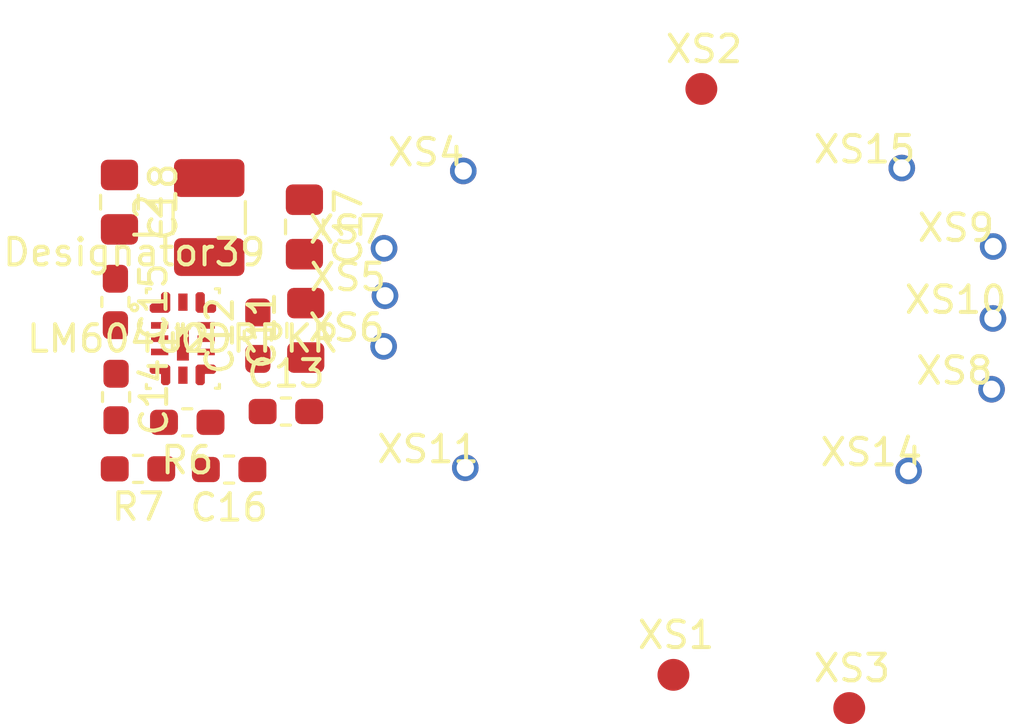
<source format=kicad_pcb>
(kicad_pcb (version 20171130) (host pcbnew "(5.1.5)-3")

  (general
    (thickness 1.6)
    (drawings 40)
    (tracks 0)
    (zones 0)
    (modules 25)
    (nets 13)
  )

  (page A4)
  (title_block
    (title BANO3)
    (date 2021-06-09)
    (rev 0000)
    (company Dolphines)
    (comment 1 0001)
    (comment 2 A.Zobenko)
  )

  (layers
    (0 F.Cu signal)
    (31 B.Cu signal)
    (32 B.Adhes user)
    (33 F.Adhes user)
    (34 B.Paste user)
    (35 F.Paste user)
    (36 B.SilkS user)
    (37 F.SilkS user)
    (38 B.Mask user)
    (39 F.Mask user)
    (40 Dwgs.User user)
    (41 Cmts.User user)
    (42 Eco1.User user)
    (43 Eco2.User user)
    (44 Edge.Cuts user)
    (45 Margin user)
    (46 B.CrtYd user)
    (47 F.CrtYd user)
    (48 B.Fab user)
    (49 F.Fab user)
  )

  (setup
    (last_trace_width 0.25)
    (trace_clearance 0.2)
    (zone_clearance 0.508)
    (zone_45_only no)
    (trace_min 0.2)
    (via_size 0.8)
    (via_drill 0.4)
    (via_min_size 0.4)
    (via_min_drill 0.3)
    (uvia_size 0.3)
    (uvia_drill 0.1)
    (uvias_allowed no)
    (uvia_min_size 0.2)
    (uvia_min_drill 0.1)
    (edge_width 0.05)
    (segment_width 0.2)
    (pcb_text_width 0.3)
    (pcb_text_size 1.5 1.5)
    (mod_edge_width 0.12)
    (mod_text_size 1 1)
    (mod_text_width 0.15)
    (pad_size 1.425 1.75)
    (pad_drill 0)
    (pad_to_mask_clearance 0.051)
    (solder_mask_min_width 0.25)
    (aux_axis_origin 0 0)
    (visible_elements 7FFFFFFF)
    (pcbplotparams
      (layerselection 0x010fc_ffffffff)
      (usegerberextensions false)
      (usegerberattributes false)
      (usegerberadvancedattributes false)
      (creategerberjobfile false)
      (excludeedgelayer true)
      (linewidth 0.100000)
      (plotframeref false)
      (viasonmask false)
      (mode 1)
      (useauxorigin false)
      (hpglpennumber 1)
      (hpglpenspeed 20)
      (hpglpendiameter 15.000000)
      (psnegative false)
      (psa4output false)
      (plotreference true)
      (plotvalue true)
      (plotinvisibletext false)
      (padsonsilk false)
      (subtractmaskfromsilk false)
      (outputformat 1)
      (mirror false)
      (drillshape 1)
      (scaleselection 1)
      (outputdirectory ""))
  )

  (net 0 "")
  (net 1 GND)
  (net 2 "Net-(C11-Pad1)")
  (net 3 "Net-(C14-Pad1)")
  (net 4 "Net-(C15-Pad1)")
  (net 5 "Net-(C15-Pad2)")
  (net 6 "Net-(C16-Pad2)")
  (net 7 "Net-(C16-Pad1)")
  (net 8 "Net-(XS1-Pad1)")
  (net 9 "Net-(XS2-Pad1)")
  (net 10 "Net-(XS10-Pad1)")
  (net 11 "Net-(XS14-Pad1)")
  (net 12 "Net-(XS11-Pad1)")

  (net_class Default "Это класс цепей по умолчанию."
    (clearance 0.2)
    (trace_width 0.25)
    (via_dia 0.8)
    (via_drill 0.4)
    (uvia_dia 0.3)
    (uvia_drill 0.1)
    (add_net GND)
    (add_net "Net-(C11-Pad1)")
    (add_net "Net-(C14-Pad1)")
    (add_net "Net-(C15-Pad1)")
    (add_net "Net-(C15-Pad2)")
    (add_net "Net-(C16-Pad1)")
    (add_net "Net-(C16-Pad2)")
    (add_net "Net-(XS1-Pad1)")
    (add_net "Net-(XS10-Pad1)")
    (add_net "Net-(XS11-Pad1)")
    (add_net "Net-(XS14-Pad1)")
    (add_net "Net-(XS2-Pad1)")
  )

  (module LM60440DRPKR:LM60440DRPKR (layer F.Cu) (tedit 60DA0019) (tstamp 60DA12DF)
    (at 1021.207 1000.4552)
    (path /60E5ED58)
    (fp_text reference U2 (at 0 0) (layer F.SilkS)
      (effects (font (size 1 1) (thickness 0.15)))
    )
    (fp_text value LM60440DRPKR (at 0 0) (layer F.SilkS)
      (effects (font (size 1 1) (thickness 0.15)))
    )
    (fp_circle (center -1.825 -1.174956) (end -1.699999 -1.174956) (layer F.SilkS) (width 0.12))
    (fp_poly (pts (xy 0.575 -1.700032) (xy 0.724997 -1.70003) (xy 0.775 -1.650032) (xy 0.775 -1.325032)
      (xy 0.825 -1.275032) (xy 1.149998 -1.275032) (xy 1.2 -1.225032) (xy 1.199998 -1.075032)
      (xy 1.15 -1.025032) (xy 0.575 -1.025032) (xy 0.525 -1.075032) (xy 0.524998 -1.650032)
      (xy 0.57499 -1.700032)) (layer F.Paste) (width 0.1))
    (fp_poly (pts (xy 0.575 -1.700032) (xy 0.724997 -1.70003) (xy 0.775 -1.650032) (xy 0.775 -1.325032)
      (xy 0.825 -1.275032) (xy 1.149998 -1.275032) (xy 1.2 -1.225032) (xy 1.199998 -1.075032)
      (xy 1.15 -1.025032) (xy 0.575 -1.025032) (xy 0.525 -1.075032) (xy 0.524998 -1.650032)
      (xy 0.57499 -1.700032)) (layer F.Mask) (width 0.1))
    (fp_poly (pts (xy 0.575 -1.700032) (xy 0.724997 -1.70003) (xy 0.775 -1.650032) (xy 0.775 -1.325032)
      (xy 0.825 -1.275032) (xy 1.149998 -1.275032) (xy 1.2 -1.225032) (xy 1.199998 -1.075032)
      (xy 1.15 -1.025032) (xy 0.575 -1.025032) (xy 0.525 -1.075032) (xy 0.524998 -1.650032)
      (xy 0.57499 -1.700032)) (layer F.Cu) (width 0.1))
    (fp_poly (pts (xy -0.574998 1.700032) (xy -0.724997 1.70003) (xy -0.774997 1.650032) (xy -0.774997 1.325032)
      (xy -0.824997 1.275032) (xy -1.149998 1.275032) (xy -1.199998 1.225032) (xy -1.199998 1.075032)
      (xy -1.149998 1.025032) (xy -0.574998 1.025032) (xy -0.524998 1.075032) (xy -0.524998 1.650032)
      (xy -0.574987 1.700032)) (layer F.Paste) (width 0.1))
    (fp_poly (pts (xy -0.574998 1.700032) (xy -0.724997 1.70003) (xy -0.774997 1.650032) (xy -0.774997 1.325032)
      (xy -0.824997 1.275032) (xy -1.149998 1.275032) (xy -1.199998 1.225032) (xy -1.199998 1.075032)
      (xy -1.149998 1.025032) (xy -0.574998 1.025032) (xy -0.524998 1.075032) (xy -0.524998 1.650032)
      (xy -0.574987 1.700032)) (layer F.Mask) (width 0.1))
    (fp_poly (pts (xy -0.574998 1.700032) (xy -0.724997 1.70003) (xy -0.774997 1.650032) (xy -0.774997 1.325032)
      (xy -0.824997 1.275032) (xy -1.149998 1.275032) (xy -1.199998 1.225032) (xy -1.199998 1.075032)
      (xy -1.149998 1.025032) (xy -0.574998 1.025032) (xy -0.524998 1.075032) (xy -0.524998 1.650032)
      (xy -0.574987 1.700032)) (layer F.Cu) (width 0.1))
    (fp_poly (pts (xy 1.2 1.075035) (xy 1.199998 1.225034) (xy 1.15 1.275034) (xy 0.825 1.275034)
      (xy 0.775 1.325034) (xy 0.775 1.650035) (xy 0.725 1.700035) (xy 0.575 1.700035)
      (xy 0.525 1.650035) (xy 0.525 1.075035) (xy 0.575 1.025035) (xy 1.15 1.025035)
      (xy 1.2 1.075025)) (layer F.Paste) (width 0.1))
    (fp_poly (pts (xy 1.2 1.075035) (xy 1.199998 1.225034) (xy 1.15 1.275034) (xy 0.825 1.275034)
      (xy 0.775 1.325034) (xy 0.775 1.650035) (xy 0.725 1.700035) (xy 0.575 1.700035)
      (xy 0.525 1.650035) (xy 0.525 1.075035) (xy 0.575 1.025035) (xy 1.15 1.025035)
      (xy 1.2 1.075025)) (layer F.Mask) (width 0.1))
    (fp_poly (pts (xy 1.2 1.075035) (xy 1.199998 1.225034) (xy 1.15 1.275034) (xy 0.825 1.275034)
      (xy 0.775 1.325034) (xy 0.775 1.650035) (xy 0.725 1.700035) (xy 0.575 1.700035)
      (xy 0.525 1.650035) (xy 0.525 1.075035) (xy 0.575 1.025035) (xy 1.15 1.025035)
      (xy 1.2 1.075025)) (layer F.Cu) (width 0.1))
    (fp_poly (pts (xy -1.200031 -1.224956) (xy -1.150033 -1.274956) (xy -0.825033 -1.274956) (xy -0.775033 -1.324955)
      (xy -0.77503 -1.649954) (xy -0.725033 -1.699956) (xy -0.575031 -1.699956) (xy -0.525031 -1.649956)
      (xy -0.525031 -1.074956) (xy -0.575031 -1.024956) (xy -1.150031 -1.024956) (xy -1.200031 -1.074943)) (layer F.Paste) (width 0.1))
    (fp_poly (pts (xy -1.200031 -1.224956) (xy -1.150033 -1.274956) (xy -0.825033 -1.274956) (xy -0.775033 -1.324955)
      (xy -0.77503 -1.649954) (xy -0.725033 -1.699956) (xy -0.575031 -1.699956) (xy -0.525031 -1.649956)
      (xy -0.525031 -1.074956) (xy -0.575031 -1.024956) (xy -1.150031 -1.024956) (xy -1.200031 -1.074943)) (layer F.Mask) (width 0.1))
    (fp_poly (pts (xy -1.200031 -1.224956) (xy -1.150033 -1.274956) (xy -0.825033 -1.274956) (xy -0.775033 -1.324955)
      (xy -0.77503 -1.649954) (xy -0.725033 -1.699956) (xy -0.575031 -1.699956) (xy -0.525031 -1.649956)
      (xy -0.525031 -1.074956) (xy -0.575031 -1.024956) (xy -1.150031 -1.024956) (xy -1.200031 -1.074943)) (layer F.Cu) (width 0.1))
    (fp_line (start -1.373175 -1.724447) (end -1.373175 -1.874446) (layer F.SilkS) (width 0.12))
    (fp_line (start -1.373175 -1.874446) (end -1.223175 -1.874446) (layer F.SilkS) (width 0.12))
    (fp_line (start 1.374727 1.864639) (end 1.374727 1.71464) (layer F.SilkS) (width 0.12))
    (fp_line (start 1.224727 1.864639) (end 1.374727 1.864639) (layer F.SilkS) (width 0.12))
    (fp_line (start 1.225418 -1.875193) (end 1.375418 -1.875193) (layer F.SilkS) (width 0.12))
    (fp_line (start 1.375418 -1.725191) (end 1.375418 -1.875193) (layer F.SilkS) (width 0.12))
    (fp_line (start -1.373495 1.873956) (end -1.223495 1.873956) (layer F.SilkS) (width 0.12))
    (fp_line (start -1.373495 1.873956) (end -1.373495 1.723956) (layer F.SilkS) (width 0.12))
    (fp_line (start -1.05 -1.549999) (end 1.05 -1.549999) (layer F.Fab) (width 0.1))
    (fp_line (start 1.05 1.549999) (end 1.05 -1.549999) (layer F.Fab) (width 0.1))
    (fp_line (start -1.05 1.549999) (end 1.05 1.549999) (layer F.Fab) (width 0.1))
    (fp_line (start -1.05 1.549999) (end -1.05 -1.549999) (layer F.Fab) (width 0.1))
    (fp_text user Designator39 (at -1.8288 -3.2512) (layer F.SilkS)
      (effects (font (size 1 1) (thickness 0.15)))
    )
    (fp_text user .Designator (at -0.000015 0.000003) (layer Dwgs.User)
      (effects (font (size 1 1) (thickness 0.15)))
    )
    (fp_text user .Designator (at -0.000015 0.000003) (layer F.Fab)
      (effects (font (size 1 1) (thickness 0.15)))
    )
    (fp_text user * (at 0 0) (layer F.Fab)
      (effects (font (size 1 1) (thickness 0.15)))
    )
    (fp_text user * (at 0 0) (layer F.SilkS)
      (effects (font (size 1 1) (thickness 0.15)))
    )
    (fp_text user "Copyright 2021 Accelerated Designs. All rights reserved." (at 0 0) (layer Cmts.User)
      (effects (font (size 0.127 0.127) (thickness 0.002)))
    )
    (pad 13 smd rect (at 0 0.2) (size 0.449999 1.25) (layers F.Cu F.Paste F.Mask)
      (net 1 GND))
    (pad 12 smd rect (at 0 -1.375001) (size 0.349999 0.650001) (layers F.Cu F.Paste F.Mask)
      (net 4 "Net-(C15-Pad1)"))
    (pad 11 smd circle (at 0.693748 -1.193782) (size 0.244109 0.244109) (layers F.Cu F.Paste F.Mask)
      (net 1 GND))
    (pad 10 smd rect (at 0.875 -0.499999) (size 0.650001 0.249999) (layers F.Cu F.Paste F.Mask)
      (net 2 "Net-(C11-Pad1)"))
    (pad 9 smd rect (at 0.875 0) (size 0.650001 0.249999) (layers F.Cu F.Paste F.Mask)
      (net 2 "Net-(C11-Pad1)"))
    (pad 8 smd rect (at 0.875 0.499999) (size 0.650001 0.249999) (layers F.Cu F.Paste F.Mask))
    (pad 7 smd circle (at 0.69375 1.193785 90) (size 0.244109 0.244109) (layers F.Cu F.Paste F.Mask)
      (net 6 "Net-(C16-Pad2)"))
    (pad 6 smd rect (at 0 1.375001) (size 0.349999 0.650001) (layers F.Cu F.Paste F.Mask)
      (net 1 GND))
    (pad 5 smd circle (at -0.693748 1.193782) (size 0.244109 0.244109) (layers F.Cu F.Paste F.Mask)
      (net 3 "Net-(C14-Pad1)"))
    (pad 4 smd rect (at -0.875 0.499999) (size 0.650001 0.249999) (layers F.Cu F.Paste F.Mask)
      (net 5 "Net-(C15-Pad2)"))
    (pad 3 smd rect (at -0.875 0) (size 0.650001 0.249999) (layers F.Cu F.Paste F.Mask))
    (pad 2 smd rect (at -0.875 -0.499999) (size 0.650001 0.249999) (layers F.Cu F.Paste F.Mask)
      (net 2 "Net-(C11-Pad1)"))
    (pad 1 smd circle (at -0.693781 -1.193706 90) (size 0.244109 0.244109) (layers F.Cu F.Paste F.Mask)
      (net 1 GND))
  )

  (module Capacitor_SMD:C_0805_2012Metric_Pad1.15x1.40mm_HandSolder (layer F.Cu) (tedit 5B36C52B) (tstamp 60DA1143)
    (at 1025.8298 1000.1414 90)
    (descr "Capacitor SMD 0805 (2012 Metric), square (rectangular) end terminal, IPC_7351 nominal with elongated pad for handsoldering. (Body size source: https://docs.google.com/spreadsheets/d/1BsfQQcO9C6DZCsRaXUlFlo91Tg2WpOkGARC1WS5S8t0/edit?usp=sharing), generated with kicad-footprint-generator")
    (tags "capacitor handsolder")
    (path /60DD1B43)
    (attr smd)
    (fp_text reference C11 (at 0 -1.65 90) (layer F.SilkS)
      (effects (font (size 1 1) (thickness 0.15)))
    )
    (fp_text value C (at 0 1.65 90) (layer F.Fab)
      (effects (font (size 1 1) (thickness 0.15)))
    )
    (fp_line (start -1 0.6) (end -1 -0.6) (layer F.Fab) (width 0.1))
    (fp_line (start -1 -0.6) (end 1 -0.6) (layer F.Fab) (width 0.1))
    (fp_line (start 1 -0.6) (end 1 0.6) (layer F.Fab) (width 0.1))
    (fp_line (start 1 0.6) (end -1 0.6) (layer F.Fab) (width 0.1))
    (fp_line (start -0.261252 -0.71) (end 0.261252 -0.71) (layer F.SilkS) (width 0.12))
    (fp_line (start -0.261252 0.71) (end 0.261252 0.71) (layer F.SilkS) (width 0.12))
    (fp_line (start -1.85 0.95) (end -1.85 -0.95) (layer F.CrtYd) (width 0.05))
    (fp_line (start -1.85 -0.95) (end 1.85 -0.95) (layer F.CrtYd) (width 0.05))
    (fp_line (start 1.85 -0.95) (end 1.85 0.95) (layer F.CrtYd) (width 0.05))
    (fp_line (start 1.85 0.95) (end -1.85 0.95) (layer F.CrtYd) (width 0.05))
    (fp_text user %R (at 0 0 90) (layer F.Fab)
      (effects (font (size 0.5 0.5) (thickness 0.08)))
    )
    (pad 1 smd roundrect (at -1.025 0 90) (size 1.15 1.4) (layers F.Cu F.Paste F.Mask) (roundrect_rratio 0.217391)
      (net 2 "Net-(C11-Pad1)"))
    (pad 2 smd roundrect (at 1.025 0 90) (size 1.15 1.4) (layers F.Cu F.Paste F.Mask) (roundrect_rratio 0.217391)
      (net 1 GND))
    (model ${KISYS3DMOD}/Capacitor_SMD.3dshapes/C_0805_2012Metric.wrl
      (at (xyz 0 0 0))
      (scale (xyz 1 1 1))
      (rotate (xyz 0 0 0))
    )
  )

  (module Capacitor_SMD:C_0603_1608Metric_Pad1.05x0.95mm_HandSolder (layer F.Cu) (tedit 5B301BBE) (tstamp 60DA1154)
    (at 1024.0264 1000.3422 90)
    (descr "Capacitor SMD 0603 (1608 Metric), square (rectangular) end terminal, IPC_7351 nominal with elongated pad for handsoldering. (Body size source: http://www.tortai-tech.com/upload/download/2011102023233369053.pdf), generated with kicad-footprint-generator")
    (tags "capacitor handsolder")
    (path /60DCF867)
    (attr smd)
    (fp_text reference C12 (at 0 -1.43 90) (layer F.SilkS)
      (effects (font (size 1 1) (thickness 0.15)))
    )
    (fp_text value C (at 0 1.43 90) (layer F.Fab)
      (effects (font (size 1 1) (thickness 0.15)))
    )
    (fp_text user %R (at 0 0 90) (layer F.Fab)
      (effects (font (size 0.4 0.4) (thickness 0.06)))
    )
    (fp_line (start 1.65 0.73) (end -1.65 0.73) (layer F.CrtYd) (width 0.05))
    (fp_line (start 1.65 -0.73) (end 1.65 0.73) (layer F.CrtYd) (width 0.05))
    (fp_line (start -1.65 -0.73) (end 1.65 -0.73) (layer F.CrtYd) (width 0.05))
    (fp_line (start -1.65 0.73) (end -1.65 -0.73) (layer F.CrtYd) (width 0.05))
    (fp_line (start -0.171267 0.51) (end 0.171267 0.51) (layer F.SilkS) (width 0.12))
    (fp_line (start -0.171267 -0.51) (end 0.171267 -0.51) (layer F.SilkS) (width 0.12))
    (fp_line (start 0.8 0.4) (end -0.8 0.4) (layer F.Fab) (width 0.1))
    (fp_line (start 0.8 -0.4) (end 0.8 0.4) (layer F.Fab) (width 0.1))
    (fp_line (start -0.8 -0.4) (end 0.8 -0.4) (layer F.Fab) (width 0.1))
    (fp_line (start -0.8 0.4) (end -0.8 -0.4) (layer F.Fab) (width 0.1))
    (pad 2 smd roundrect (at 0.875 0 90) (size 1.05 0.95) (layers F.Cu F.Paste F.Mask) (roundrect_rratio 0.25)
      (net 1 GND))
    (pad 1 smd roundrect (at -0.875 0 90) (size 1.05 0.95) (layers F.Cu F.Paste F.Mask) (roundrect_rratio 0.25)
      (net 2 "Net-(C11-Pad1)"))
    (model ${KISYS3DMOD}/Capacitor_SMD.3dshapes/C_0603_1608Metric.wrl
      (at (xyz 0 0 0))
      (scale (xyz 1 1 1))
      (rotate (xyz 0 0 0))
    )
  )

  (module Capacitor_SMD:C_0603_1608Metric_Pad1.05x0.95mm_HandSolder (layer F.Cu) (tedit 5B301BBE) (tstamp 60DA1165)
    (at 1025.0818 1003.1984)
    (descr "Capacitor SMD 0603 (1608 Metric), square (rectangular) end terminal, IPC_7351 nominal with elongated pad for handsoldering. (Body size source: http://www.tortai-tech.com/upload/download/2011102023233369053.pdf), generated with kicad-footprint-generator")
    (tags "capacitor handsolder")
    (path /60DCE5F3)
    (attr smd)
    (fp_text reference C13 (at 0 -1.43) (layer F.SilkS)
      (effects (font (size 1 1) (thickness 0.15)))
    )
    (fp_text value C (at 0 1.43) (layer F.Fab)
      (effects (font (size 1 1) (thickness 0.15)))
    )
    (fp_line (start -0.8 0.4) (end -0.8 -0.4) (layer F.Fab) (width 0.1))
    (fp_line (start -0.8 -0.4) (end 0.8 -0.4) (layer F.Fab) (width 0.1))
    (fp_line (start 0.8 -0.4) (end 0.8 0.4) (layer F.Fab) (width 0.1))
    (fp_line (start 0.8 0.4) (end -0.8 0.4) (layer F.Fab) (width 0.1))
    (fp_line (start -0.171267 -0.51) (end 0.171267 -0.51) (layer F.SilkS) (width 0.12))
    (fp_line (start -0.171267 0.51) (end 0.171267 0.51) (layer F.SilkS) (width 0.12))
    (fp_line (start -1.65 0.73) (end -1.65 -0.73) (layer F.CrtYd) (width 0.05))
    (fp_line (start -1.65 -0.73) (end 1.65 -0.73) (layer F.CrtYd) (width 0.05))
    (fp_line (start 1.65 -0.73) (end 1.65 0.73) (layer F.CrtYd) (width 0.05))
    (fp_line (start 1.65 0.73) (end -1.65 0.73) (layer F.CrtYd) (width 0.05))
    (fp_text user %R (at 0 0) (layer F.Fab)
      (effects (font (size 0.4 0.4) (thickness 0.06)))
    )
    (pad 1 smd roundrect (at -0.875 0) (size 1.05 0.95) (layers F.Cu F.Paste F.Mask) (roundrect_rratio 0.25)
      (net 2 "Net-(C11-Pad1)"))
    (pad 2 smd roundrect (at 0.875 0) (size 1.05 0.95) (layers F.Cu F.Paste F.Mask) (roundrect_rratio 0.25)
      (net 1 GND))
    (model ${KISYS3DMOD}/Capacitor_SMD.3dshapes/C_0603_1608Metric.wrl
      (at (xyz 0 0 0))
      (scale (xyz 1 1 1))
      (rotate (xyz 0 0 0))
    )
  )

  (module Capacitor_SMD:C_0603_1608Metric_Pad1.05x0.95mm_HandSolder (layer F.Cu) (tedit 60D9FA39) (tstamp 60DA1176)
    (at 1018.6924 1002.651 270)
    (descr "Capacitor SMD 0603 (1608 Metric), square (rectangular) end terminal, IPC_7351 nominal with elongated pad for handsoldering. (Body size source: http://www.tortai-tech.com/upload/download/2011102023233369053.pdf), generated with kicad-footprint-generator")
    (tags "capacitor handsolder")
    (path /60DD3F8A)
    (attr smd)
    (fp_text reference C14 (at 0 -1.43 90) (layer F.SilkS)
      (effects (font (size 1 1) (thickness 0.15)))
    )
    (fp_text value C (at 0 1.43 90) (layer F.Fab)
      (effects (font (size 1 1) (thickness 0.15)))
    )
    (fp_line (start -0.8 0.4) (end -0.8 -0.4) (layer F.Fab) (width 0.1))
    (fp_line (start -0.8 -0.4) (end 0.8 -0.4) (layer F.Fab) (width 0.1))
    (fp_line (start 0.8 -0.4) (end 0.8 0.4) (layer F.Fab) (width 0.1))
    (fp_line (start 0.8 0.4) (end -0.8 0.4) (layer F.Fab) (width 0.1))
    (fp_line (start -0.171267 -0.51) (end 0.171267 -0.51) (layer F.SilkS) (width 0.12))
    (fp_line (start -0.171267 0.51) (end 0.171267 0.51) (layer F.SilkS) (width 0.12))
    (fp_line (start -1.65 0.73) (end -1.65 -0.73) (layer F.CrtYd) (width 0.05))
    (fp_line (start -1.65 -0.73) (end 1.65 -0.73) (layer F.CrtYd) (width 0.05))
    (fp_line (start 1.65 -0.73) (end 1.65 0.73) (layer F.CrtYd) (width 0.05))
    (fp_line (start 1.65 0.73) (end -1.65 0.73) (layer F.CrtYd) (width 0.05))
    (fp_text user %R (at 0 0 90) (layer F.Fab)
      (effects (font (size 0.4 0.4) (thickness 0.06)))
    )
    (pad 1 smd roundrect (at -0.875 0 270) (size 1.05 0.95) (layers F.Cu F.Paste F.Mask) (roundrect_rratio 0.25)
      (net 3 "Net-(C14-Pad1)"))
    (pad 2 smd roundrect (at 0.875 0 270) (size 1.05 0.95) (layers F.Cu F.Paste F.Mask) (roundrect_rratio 0.25)
      (net 1 GND))
    (model ${KISYS3DMOD}/Capacitor_SMD.3dshapes/C_0603_1608Metric.wrl
      (at (xyz 0 0 0))
      (scale (xyz 1 1 1))
      (rotate (xyz 0 0 0))
    )
  )

  (module Capacitor_SMD:C_0603_1608Metric_Pad1.05x0.95mm_HandSolder (layer F.Cu) (tedit 5B301BBE) (tstamp 60DA1187)
    (at 1018.667 999.0722 270)
    (descr "Capacitor SMD 0603 (1608 Metric), square (rectangular) end terminal, IPC_7351 nominal with elongated pad for handsoldering. (Body size source: http://www.tortai-tech.com/upload/download/2011102023233369053.pdf), generated with kicad-footprint-generator")
    (tags "capacitor handsolder")
    (path /60DA3BF9)
    (attr smd)
    (fp_text reference C15 (at 0 -1.43 90) (layer F.SilkS)
      (effects (font (size 1 1) (thickness 0.15)))
    )
    (fp_text value C (at 0 1.43 90) (layer F.Fab)
      (effects (font (size 1 1) (thickness 0.15)))
    )
    (fp_line (start -0.8 0.4) (end -0.8 -0.4) (layer F.Fab) (width 0.1))
    (fp_line (start -0.8 -0.4) (end 0.8 -0.4) (layer F.Fab) (width 0.1))
    (fp_line (start 0.8 -0.4) (end 0.8 0.4) (layer F.Fab) (width 0.1))
    (fp_line (start 0.8 0.4) (end -0.8 0.4) (layer F.Fab) (width 0.1))
    (fp_line (start -0.171267 -0.51) (end 0.171267 -0.51) (layer F.SilkS) (width 0.12))
    (fp_line (start -0.171267 0.51) (end 0.171267 0.51) (layer F.SilkS) (width 0.12))
    (fp_line (start -1.65 0.73) (end -1.65 -0.73) (layer F.CrtYd) (width 0.05))
    (fp_line (start -1.65 -0.73) (end 1.65 -0.73) (layer F.CrtYd) (width 0.05))
    (fp_line (start 1.65 -0.73) (end 1.65 0.73) (layer F.CrtYd) (width 0.05))
    (fp_line (start 1.65 0.73) (end -1.65 0.73) (layer F.CrtYd) (width 0.05))
    (fp_text user %R (at 0 0 90) (layer F.Fab)
      (effects (font (size 0.4 0.4) (thickness 0.06)))
    )
    (pad 1 smd roundrect (at -0.875 0 270) (size 1.05 0.95) (layers F.Cu F.Paste F.Mask) (roundrect_rratio 0.25)
      (net 4 "Net-(C15-Pad1)"))
    (pad 2 smd roundrect (at 0.875 0 270) (size 1.05 0.95) (layers F.Cu F.Paste F.Mask) (roundrect_rratio 0.25)
      (net 5 "Net-(C15-Pad2)"))
    (model ${KISYS3DMOD}/Capacitor_SMD.3dshapes/C_0603_1608Metric.wrl
      (at (xyz 0 0 0))
      (scale (xyz 1 1 1))
      (rotate (xyz 0 0 0))
    )
  )

  (module Capacitor_SMD:C_0603_1608Metric_Pad1.05x0.95mm_HandSolder (layer F.Cu) (tedit 5B301BBE) (tstamp 60DA1198)
    (at 1022.9456 1005.3828 180)
    (descr "Capacitor SMD 0603 (1608 Metric), square (rectangular) end terminal, IPC_7351 nominal with elongated pad for handsoldering. (Body size source: http://www.tortai-tech.com/upload/download/2011102023233369053.pdf), generated with kicad-footprint-generator")
    (tags "capacitor handsolder")
    (path /60DB4658)
    (attr smd)
    (fp_text reference C16 (at 0 -1.43) (layer F.SilkS)
      (effects (font (size 1 1) (thickness 0.15)))
    )
    (fp_text value C (at 0 1.43) (layer F.Fab)
      (effects (font (size 1 1) (thickness 0.15)))
    )
    (fp_text user %R (at 0 0) (layer F.Fab)
      (effects (font (size 0.4 0.4) (thickness 0.06)))
    )
    (fp_line (start 1.65 0.73) (end -1.65 0.73) (layer F.CrtYd) (width 0.05))
    (fp_line (start 1.65 -0.73) (end 1.65 0.73) (layer F.CrtYd) (width 0.05))
    (fp_line (start -1.65 -0.73) (end 1.65 -0.73) (layer F.CrtYd) (width 0.05))
    (fp_line (start -1.65 0.73) (end -1.65 -0.73) (layer F.CrtYd) (width 0.05))
    (fp_line (start -0.171267 0.51) (end 0.171267 0.51) (layer F.SilkS) (width 0.12))
    (fp_line (start -0.171267 -0.51) (end 0.171267 -0.51) (layer F.SilkS) (width 0.12))
    (fp_line (start 0.8 0.4) (end -0.8 0.4) (layer F.Fab) (width 0.1))
    (fp_line (start 0.8 -0.4) (end 0.8 0.4) (layer F.Fab) (width 0.1))
    (fp_line (start -0.8 -0.4) (end 0.8 -0.4) (layer F.Fab) (width 0.1))
    (fp_line (start -0.8 0.4) (end -0.8 -0.4) (layer F.Fab) (width 0.1))
    (pad 2 smd roundrect (at 0.875 0 180) (size 1.05 0.95) (layers F.Cu F.Paste F.Mask) (roundrect_rratio 0.25)
      (net 6 "Net-(C16-Pad2)"))
    (pad 1 smd roundrect (at -0.875 0 180) (size 1.05 0.95) (layers F.Cu F.Paste F.Mask) (roundrect_rratio 0.25)
      (net 7 "Net-(C16-Pad1)"))
    (model ${KISYS3DMOD}/Capacitor_SMD.3dshapes/C_0603_1608Metric.wrl
      (at (xyz 0 0 0))
      (scale (xyz 1 1 1))
      (rotate (xyz 0 0 0))
    )
  )

  (module Capacitor_SMD:C_0805_2012Metric_Pad1.15x1.40mm_HandSolder (layer F.Cu) (tedit 5B36C52B) (tstamp 60DA11A9)
    (at 1025.779 996.2478 270)
    (descr "Capacitor SMD 0805 (2012 Metric), square (rectangular) end terminal, IPC_7351 nominal with elongated pad for handsoldering. (Body size source: https://docs.google.com/spreadsheets/d/1BsfQQcO9C6DZCsRaXUlFlo91Tg2WpOkGARC1WS5S8t0/edit?usp=sharing), generated with kicad-footprint-generator")
    (tags "capacitor handsolder")
    (path /60DB54E0)
    (attr smd)
    (fp_text reference C17 (at 0 -1.65 90) (layer F.SilkS)
      (effects (font (size 1 1) (thickness 0.15)))
    )
    (fp_text value C (at 0 1.65 90) (layer F.Fab)
      (effects (font (size 1 1) (thickness 0.15)))
    )
    (fp_line (start -1 0.6) (end -1 -0.6) (layer F.Fab) (width 0.1))
    (fp_line (start -1 -0.6) (end 1 -0.6) (layer F.Fab) (width 0.1))
    (fp_line (start 1 -0.6) (end 1 0.6) (layer F.Fab) (width 0.1))
    (fp_line (start 1 0.6) (end -1 0.6) (layer F.Fab) (width 0.1))
    (fp_line (start -0.261252 -0.71) (end 0.261252 -0.71) (layer F.SilkS) (width 0.12))
    (fp_line (start -0.261252 0.71) (end 0.261252 0.71) (layer F.SilkS) (width 0.12))
    (fp_line (start -1.85 0.95) (end -1.85 -0.95) (layer F.CrtYd) (width 0.05))
    (fp_line (start -1.85 -0.95) (end 1.85 -0.95) (layer F.CrtYd) (width 0.05))
    (fp_line (start 1.85 -0.95) (end 1.85 0.95) (layer F.CrtYd) (width 0.05))
    (fp_line (start 1.85 0.95) (end -1.85 0.95) (layer F.CrtYd) (width 0.05))
    (fp_text user %R (at 0 0 90) (layer F.Fab)
      (effects (font (size 0.5 0.5) (thickness 0.08)))
    )
    (pad 1 smd roundrect (at -1.025 0 270) (size 1.15 1.4) (layers F.Cu F.Paste F.Mask) (roundrect_rratio 0.217391)
      (net 7 "Net-(C16-Pad1)"))
    (pad 2 smd roundrect (at 1.025 0 270) (size 1.15 1.4) (layers F.Cu F.Paste F.Mask) (roundrect_rratio 0.217391)
      (net 1 GND))
    (model ${KISYS3DMOD}/Capacitor_SMD.3dshapes/C_0805_2012Metric.wrl
      (at (xyz 0 0 0))
      (scale (xyz 1 1 1))
      (rotate (xyz 0 0 0))
    )
  )

  (module Capacitor_SMD:C_0805_2012Metric_Pad1.15x1.40mm_HandSolder (layer F.Cu) (tedit 5B36C52B) (tstamp 60DA11BA)
    (at 1018.8194 995.3154 270)
    (descr "Capacitor SMD 0805 (2012 Metric), square (rectangular) end terminal, IPC_7351 nominal with elongated pad for handsoldering. (Body size source: https://docs.google.com/spreadsheets/d/1BsfQQcO9C6DZCsRaXUlFlo91Tg2WpOkGARC1WS5S8t0/edit?usp=sharing), generated with kicad-footprint-generator")
    (tags "capacitor handsolder")
    (path /60DB8DCA)
    (attr smd)
    (fp_text reference C18 (at 0 -1.65 90) (layer F.SilkS)
      (effects (font (size 1 1) (thickness 0.15)))
    )
    (fp_text value C (at 0 1.65 90) (layer F.Fab)
      (effects (font (size 1 1) (thickness 0.15)))
    )
    (fp_text user %R (at 0 0 90) (layer F.Fab)
      (effects (font (size 0.5 0.5) (thickness 0.08)))
    )
    (fp_line (start 1.85 0.95) (end -1.85 0.95) (layer F.CrtYd) (width 0.05))
    (fp_line (start 1.85 -0.95) (end 1.85 0.95) (layer F.CrtYd) (width 0.05))
    (fp_line (start -1.85 -0.95) (end 1.85 -0.95) (layer F.CrtYd) (width 0.05))
    (fp_line (start -1.85 0.95) (end -1.85 -0.95) (layer F.CrtYd) (width 0.05))
    (fp_line (start -0.261252 0.71) (end 0.261252 0.71) (layer F.SilkS) (width 0.12))
    (fp_line (start -0.261252 -0.71) (end 0.261252 -0.71) (layer F.SilkS) (width 0.12))
    (fp_line (start 1 0.6) (end -1 0.6) (layer F.Fab) (width 0.1))
    (fp_line (start 1 -0.6) (end 1 0.6) (layer F.Fab) (width 0.1))
    (fp_line (start -1 -0.6) (end 1 -0.6) (layer F.Fab) (width 0.1))
    (fp_line (start -1 0.6) (end -1 -0.6) (layer F.Fab) (width 0.1))
    (pad 2 smd roundrect (at 1.025 0 270) (size 1.15 1.4) (layers F.Cu F.Paste F.Mask) (roundrect_rratio 0.217391)
      (net 1 GND))
    (pad 1 smd roundrect (at -1.025 0 270) (size 1.15 1.4) (layers F.Cu F.Paste F.Mask) (roundrect_rratio 0.217391)
      (net 7 "Net-(C16-Pad1)"))
    (model ${KISYS3DMOD}/Capacitor_SMD.3dshapes/C_0805_2012Metric.wrl
      (at (xyz 0 0 0))
      (scale (xyz 1 1 1))
      (rotate (xyz 0 0 0))
    )
  )

  (module Inductor_SMD:L_0603_1608Metric_Pad1.05x0.95mm_HandSolder (layer F.Cu) (tedit 5B301BBE) (tstamp 60DA1242)
    (at 1021.3708 1003.6048 180)
    (descr "Capacitor SMD 0603 (1608 Metric), square (rectangular) end terminal, IPC_7351 nominal with elongated pad for handsoldering. (Body size source: http://www.tortai-tech.com/upload/download/2011102023233369053.pdf), generated with kicad-footprint-generator")
    (tags "inductor handsolder")
    (path /60DCAE9E)
    (attr smd)
    (fp_text reference R6 (at 0 -1.43) (layer F.SilkS)
      (effects (font (size 1 1) (thickness 0.15)))
    )
    (fp_text value R (at 0 1.43) (layer F.Fab)
      (effects (font (size 1 1) (thickness 0.15)))
    )
    (fp_text user %R (at 0 0) (layer F.Fab)
      (effects (font (size 0.4 0.4) (thickness 0.06)))
    )
    (fp_line (start 1.65 0.73) (end -1.65 0.73) (layer F.CrtYd) (width 0.05))
    (fp_line (start 1.65 -0.73) (end 1.65 0.73) (layer F.CrtYd) (width 0.05))
    (fp_line (start -1.65 -0.73) (end 1.65 -0.73) (layer F.CrtYd) (width 0.05))
    (fp_line (start -1.65 0.73) (end -1.65 -0.73) (layer F.CrtYd) (width 0.05))
    (fp_line (start -0.171267 0.51) (end 0.171267 0.51) (layer F.SilkS) (width 0.12))
    (fp_line (start -0.171267 -0.51) (end 0.171267 -0.51) (layer F.SilkS) (width 0.12))
    (fp_line (start 0.8 0.4) (end -0.8 0.4) (layer F.Fab) (width 0.1))
    (fp_line (start 0.8 -0.4) (end 0.8 0.4) (layer F.Fab) (width 0.1))
    (fp_line (start -0.8 -0.4) (end 0.8 -0.4) (layer F.Fab) (width 0.1))
    (fp_line (start -0.8 0.4) (end -0.8 -0.4) (layer F.Fab) (width 0.1))
    (pad 2 smd roundrect (at 0.875 0 180) (size 1.05 0.95) (layers F.Cu F.Paste F.Mask) (roundrect_rratio 0.25)
      (net 6 "Net-(C16-Pad2)"))
    (pad 1 smd roundrect (at -0.875 0 180) (size 1.05 0.95) (layers F.Cu F.Paste F.Mask) (roundrect_rratio 0.25)
      (net 7 "Net-(C16-Pad1)"))
    (model ${KISYS3DMOD}/Inductor_SMD.3dshapes/L_0603_1608Metric.wrl
      (at (xyz 0 0 0))
      (scale (xyz 1 1 1))
      (rotate (xyz 0 0 0))
    )
  )

  (module Inductor_SMD:L_0603_1608Metric_Pad1.05x0.95mm_HandSolder (layer F.Cu) (tedit 5B301BBE) (tstamp 60DA1253)
    (at 1019.5166 1005.3574 180)
    (descr "Capacitor SMD 0603 (1608 Metric), square (rectangular) end terminal, IPC_7351 nominal with elongated pad for handsoldering. (Body size source: http://www.tortai-tech.com/upload/download/2011102023233369053.pdf), generated with kicad-footprint-generator")
    (tags "inductor handsolder")
    (path /60DCC59E)
    (attr smd)
    (fp_text reference R7 (at 0 -1.43) (layer F.SilkS)
      (effects (font (size 1 1) (thickness 0.15)))
    )
    (fp_text value R (at 0 1.43) (layer F.Fab)
      (effects (font (size 1 1) (thickness 0.15)))
    )
    (fp_line (start -0.8 0.4) (end -0.8 -0.4) (layer F.Fab) (width 0.1))
    (fp_line (start -0.8 -0.4) (end 0.8 -0.4) (layer F.Fab) (width 0.1))
    (fp_line (start 0.8 -0.4) (end 0.8 0.4) (layer F.Fab) (width 0.1))
    (fp_line (start 0.8 0.4) (end -0.8 0.4) (layer F.Fab) (width 0.1))
    (fp_line (start -0.171267 -0.51) (end 0.171267 -0.51) (layer F.SilkS) (width 0.12))
    (fp_line (start -0.171267 0.51) (end 0.171267 0.51) (layer F.SilkS) (width 0.12))
    (fp_line (start -1.65 0.73) (end -1.65 -0.73) (layer F.CrtYd) (width 0.05))
    (fp_line (start -1.65 -0.73) (end 1.65 -0.73) (layer F.CrtYd) (width 0.05))
    (fp_line (start 1.65 -0.73) (end 1.65 0.73) (layer F.CrtYd) (width 0.05))
    (fp_line (start 1.65 0.73) (end -1.65 0.73) (layer F.CrtYd) (width 0.05))
    (fp_text user %R (at 0 0) (layer F.Fab)
      (effects (font (size 0.4 0.4) (thickness 0.06)))
    )
    (pad 1 smd roundrect (at -0.875 0 180) (size 1.05 0.95) (layers F.Cu F.Paste F.Mask) (roundrect_rratio 0.25)
      (net 6 "Net-(C16-Pad2)"))
    (pad 2 smd roundrect (at 0.875 0 180) (size 1.05 0.95) (layers F.Cu F.Paste F.Mask) (roundrect_rratio 0.25)
      (net 1 GND))
    (model ${KISYS3DMOD}/Inductor_SMD.3dshapes/L_0603_1608Metric.wrl
      (at (xyz 0 0 0))
      (scale (xyz 1 1 1))
      (rotate (xyz 0 0 0))
    )
  )

  (module BANO3_01:pin_0.5 (layer F.Cu) (tedit 60D4D0FD) (tstamp 60DA12F8)
    (at 1027.811 997.839)
    (path /60DDD2FC)
    (fp_text reference XS5 (at -0.4 0.3) (layer F.SilkS)
      (effects (font (size 1 1) (thickness 0.15)))
    )
    (fp_text value Pin_0.5 (at -2 -2.3) (layer F.Fab)
      (effects (font (size 1 1) (thickness 0.15)))
    )
    (pad 1 thru_hole circle (at 1 1) (size 1 1) (drill 0.65) (layers *.Cu *.Mask)
      (net 2 "Net-(C11-Pad1)"))
  )

  (module BANO3_01:pin_0.5 (layer F.Cu) (tedit 60D4D0FD) (tstamp 60DA12FD)
    (at 1027.7602 999.744)
    (path /60DDAEA9)
    (fp_text reference XS6 (at -0.4 0.3) (layer F.SilkS)
      (effects (font (size 1 1) (thickness 0.15)))
    )
    (fp_text value Pin_0.5 (at -2 -2.3) (layer F.Fab)
      (effects (font (size 1 1) (thickness 0.15)))
    )
    (pad 1 thru_hole circle (at 1 1) (size 1 1) (drill 0.65) (layers *.Cu *.Mask)
      (net 1 GND))
  )

  (module BANO3_01:pin_0.5 (layer F.Cu) (tedit 60D4D0FD) (tstamp 60DA1302)
    (at 1027.7762 996.0516)
    (path /60DD8E0E)
    (fp_text reference XS7 (at -0.4 0.3) (layer F.SilkS)
      (effects (font (size 1 1) (thickness 0.15)))
    )
    (fp_text value Pin_0.5 (at -2 -2.3) (layer F.Fab)
      (effects (font (size 1 1) (thickness 0.15)))
    )
    (pad 1 thru_hole circle (at 1 1) (size 1 1) (drill 0.65) (layers *.Cu *.Mask)
      (net 7 "Net-(C16-Pad1)"))
  )

  (module Inductor_SMD:L_1210_3225Metric_Pad1.42x2.65mm_HandSolder (layer F.Cu) (tedit 5B301BBE) (tstamp 60DA8D57)
    (at 1022.1976 995.8943 90)
    (descr "Capacitor SMD 1210 (3225 Metric), square (rectangular) end terminal, IPC_7351 nominal with elongated pad for handsoldering. (Body size source: http://www.tortai-tech.com/upload/download/2011102023233369053.pdf), generated with kicad-footprint-generator")
    (tags "inductor handsolder")
    (path /60DA231A)
    (attr smd)
    (fp_text reference L2 (at 0 -2.28 90) (layer F.SilkS)
      (effects (font (size 1 1) (thickness 0.15)))
    )
    (fp_text value L (at 0 2.28 90) (layer F.Fab)
      (effects (font (size 1 1) (thickness 0.15)))
    )
    (fp_line (start -1.6 1.25) (end -1.6 -1.25) (layer F.Fab) (width 0.1))
    (fp_line (start -1.6 -1.25) (end 1.6 -1.25) (layer F.Fab) (width 0.1))
    (fp_line (start 1.6 -1.25) (end 1.6 1.25) (layer F.Fab) (width 0.1))
    (fp_line (start 1.6 1.25) (end -1.6 1.25) (layer F.Fab) (width 0.1))
    (fp_line (start -0.602064 -1.36) (end 0.602064 -1.36) (layer F.SilkS) (width 0.12))
    (fp_line (start -0.602064 1.36) (end 0.602064 1.36) (layer F.SilkS) (width 0.12))
    (fp_line (start -2.45 1.58) (end -2.45 -1.58) (layer F.CrtYd) (width 0.05))
    (fp_line (start -2.45 -1.58) (end 2.45 -1.58) (layer F.CrtYd) (width 0.05))
    (fp_line (start 2.45 -1.58) (end 2.45 1.58) (layer F.CrtYd) (width 0.05))
    (fp_line (start 2.45 1.58) (end -2.45 1.58) (layer F.CrtYd) (width 0.05))
    (fp_text user %R (at 0 0 90) (layer F.Fab)
      (effects (font (size 0.8 0.8) (thickness 0.12)))
    )
    (pad 1 smd roundrect (at -1.4875 0 90) (size 1.425 2.65) (layers F.Cu F.Paste F.Mask) (roundrect_rratio 0.175439)
      (net 4 "Net-(C15-Pad1)"))
    (pad 2 smd roundrect (at 1.4875 0 90) (size 1.425 2.65) (layers F.Cu F.Paste F.Mask) (roundrect_rratio 0.175439)
      (net 7 "Net-(C16-Pad1)"))
    (model ${KISYS3DMOD}/Inductor_SMD.3dshapes/L_1210_3225Metric.wrl
      (at (xyz 0 0 0))
      (scale (xyz 1 1 1))
      (rotate (xyz 0 0 0))
    )
  )

  (module BANO3_01:pin_0.5 (layer F.Cu) (tedit 60D4D0FD) (tstamp 60E68B49)
    (at 1050.6362 1001.3602)
    (path /60E7D936)
    (fp_text reference XS8 (at -0.4 0.3) (layer F.SilkS)
      (effects (font (size 1 1) (thickness 0.15)))
    )
    (fp_text value Pin_0.5 (at -2 -2.3) (layer F.Fab)
      (effects (font (size 1 1) (thickness 0.15)))
    )
    (pad 1 thru_hole circle (at 1 1) (size 1 1) (drill 0.65) (layers *.Cu *.Mask)
      (net 8 "Net-(XS1-Pad1)"))
  )

  (module BANO3_01:pin_0.5 (layer F.Cu) (tedit 60D4D0FD) (tstamp 60E68B4E)
    (at 1050.6964 995.9848)
    (path /60E7F5BD)
    (fp_text reference XS9 (at -0.4 0.3) (layer F.SilkS)
      (effects (font (size 1 1) (thickness 0.15)))
    )
    (fp_text value Pin_0.5 (at -2 -2.3) (layer F.Fab)
      (effects (font (size 1 1) (thickness 0.15)))
    )
    (pad 1 thru_hole circle (at 1 1) (size 1 1) (drill 0.65) (layers *.Cu *.Mask)
      (net 9 "Net-(XS2-Pad1)"))
  )

  (module BANO3_01:pin_0.5 (layer F.Cu) (tedit 60D4D0FD) (tstamp 60E68B53)
    (at 1050.687 998.6932)
    (path /60E8423A)
    (fp_text reference XS10 (at -0.4 0.3) (layer F.SilkS)
      (effects (font (size 1 1) (thickness 0.15)))
    )
    (fp_text value Pin_0.5 (at -2 -2.3) (layer F.Fab)
      (effects (font (size 1 1) (thickness 0.15)))
    )
    (pad 1 thru_hole circle (at 1 1) (size 1 1) (drill 0.65) (layers *.Cu *.Mask)
      (net 10 "Net-(XS10-Pad1)"))
  )

  (module BANO3_01:Plate_1 (layer F.Cu) (tedit 60E68D79) (tstamp 60E6E1EC)
    (at 1040.8158 989.0506)
    (path /60E7E647)
    (fp_text reference XS2 (at 0 0.5) (layer F.SilkS)
      (effects (font (size 1 1) (thickness 0.15)))
    )
    (fp_text value Pin_0.5 (at 0 -0.5) (layer F.Fab)
      (effects (font (size 1 1) (thickness 0.15)))
    )
    (pad 1 smd circle (at -0.1 2) (size 1.2 1.2) (layers F.Cu F.Paste F.Mask)
      (net 9 "Net-(XS2-Pad1)"))
  )

  (module BANO3_01:Plate_1 (layer F.Cu) (tedit 60E68D79) (tstamp 60E6E1F0)
    (at 1046.3812 1012.3638)
    (path /60E83482)
    (fp_text reference XS3 (at 0 0.5) (layer F.SilkS)
      (effects (font (size 1 1) (thickness 0.15)))
    )
    (fp_text value Pin_0.5 (at 0 -0.5) (layer F.Fab)
      (effects (font (size 1 1) (thickness 0.15)))
    )
    (pad 1 smd circle (at -0.1 2) (size 1.2 1.2) (layers F.Cu F.Paste F.Mask)
      (net 10 "Net-(XS10-Pad1)"))
  )

  (module BANO3_01:pin_0.5 (layer F.Cu) (tedit 60D4D0FD) (tstamp 60E6E26D)
    (at 1030.8336 1004.316)
    (path /60E9F7A4)
    (fp_text reference XS11 (at -0.4 0.3) (layer F.SilkS)
      (effects (font (size 1 1) (thickness 0.15)))
    )
    (fp_text value Pin_0.5 (at -2 -2.3) (layer F.Fab)
      (effects (font (size 1 1) (thickness 0.15)))
    )
    (pad 1 thru_hole circle (at 1 1) (size 1 1) (drill 0.65) (layers *.Cu *.Mask)
      (net 12 "Net-(XS11-Pad1)"))
  )

  (module BANO3_01:pin_0.5 (layer F.Cu) (tedit 60D4D0FD) (tstamp 60E6E27C)
    (at 1047.512 1004.4336)
    (path /60E9F79E)
    (fp_text reference XS14 (at -0.4 0.3) (layer F.SilkS)
      (effects (font (size 1 1) (thickness 0.15)))
    )
    (fp_text value Pin_0.5 (at -2 -2.3) (layer F.Fab)
      (effects (font (size 1 1) (thickness 0.15)))
    )
    (pad 1 thru_hole circle (at 1 1) (size 1 1) (drill 0.65) (layers *.Cu *.Mask)
      (net 11 "Net-(XS14-Pad1)"))
  )

  (module BANO3_01:pin_0.5 (layer F.Cu) (tedit 60D4D0FD) (tstamp 60E6E281)
    (at 1047.258 993.029)
    (path /60E9F7AA)
    (fp_text reference XS15 (at -0.4 0.3) (layer F.SilkS)
      (effects (font (size 1 1) (thickness 0.15)))
    )
    (fp_text value Pin_0.5 (at -2 -2.3) (layer F.Fab)
      (effects (font (size 1 1) (thickness 0.15)))
    )
    (pad 1 thru_hole circle (at 1 1) (size 1 1) (drill 0.65) (layers *.Cu *.Mask)
      (net 12 "Net-(XS11-Pad1)"))
  )

  (module BANO3_01:Plate_1 (layer F.Cu) (tedit 60E68D79) (tstamp 60E6E2ED)
    (at 1039.765 1011.1138)
    (path /60E7C84B)
    (fp_text reference XS1 (at 0 0.5) (layer F.SilkS)
      (effects (font (size 1 1) (thickness 0.15)))
    )
    (fp_text value Pin_0.5 (at 0 -0.5) (layer F.Fab)
      (effects (font (size 1 1) (thickness 0.15)))
    )
    (pad 1 smd circle (at -0.1 2) (size 1.2 1.2) (layers F.Cu F.Paste F.Mask)
      (net 8 "Net-(XS1-Pad1)"))
  )

  (module BANO3_01:pin_0.5 (layer F.Cu) (tedit 60D4D0FD) (tstamp 60E6E2F1)
    (at 1030.7574 993.14)
    (path /60E9F798)
    (fp_text reference XS4 (at -0.4 0.3) (layer F.SilkS)
      (effects (font (size 1 1) (thickness 0.15)))
    )
    (fp_text value Pin_0.5 (at -2 -2.3) (layer F.Fab)
      (effects (font (size 1 1) (thickness 0.15)))
    )
    (pad 1 thru_hole circle (at 1 1) (size 1 1) (drill 0.65) (layers *.Cu *.Mask)
      (net 11 "Net-(XS14-Pad1)"))
  )

  (gr_line (start 1031.4051 993.0257) (end 1038.6441 993.0257) (layer Dwgs.User) (width 0.2))
  (gr_line (start 1041.3111 993.0257) (end 1038.6441 993.0257) (layer Dwgs.User) (width 0.2))
  (gr_line (start 1041.3111 993.0257) (end 1048.5501 993.0257) (layer Dwgs.User) (width 0.2))
  (gr_line (start 1033.2339 994.4735) (end 1043.3939 994.4735) (layer Dwgs.User) (width 0.2))
  (gr_arc (start 1028.7381 994.1687) (end 1029.8811 994.1687) (angle -180) (layer Dwgs.User) (width 0.2))
  (gr_arc (start 1051.598099 1005.3447) (end 1052.7411 1005.3447) (angle -180) (layer Dwgs.User) (width 0.2))
  (gr_line (start 1026.0711 1006.4877) (end 1018.4511 1006.4877) (layer Dwgs.User) (width 0.2))
  (gr_arc (start 1051.5991 996.9747) (end 1052.76998 996.9747) (angle -180) (layer Dwgs.User) (width 0.2))
  (gr_arc (start 1051.5991 1002.4357) (end 1050.42822 1002.4357) (angle -180) (layer Dwgs.User) (width 0.2))
  (gr_line (start 1048.5501 1006.4877) (end 1041.3111 1006.4877) (layer Dwgs.User) (width 0.2))
  (gr_arc (start 1051.598099 994.1687) (end 1052.7411 994.1687) (angle -180) (layer Dwgs.User) (width 0.2))
  (gr_line (start 1018.3241 993.0257) (end 1026.0711 993.0257) (layer Dwgs.User) (width 0.2))
  (gr_arc (start 1051.598099 994.1687) (end 1050.4551 994.1687) (angle -180) (layer Dwgs.User) (width 0.2))
  (gr_arc (start 1028.7391 1002.4357) (end 1027.56822 1002.4357) (angle -180) (layer Dwgs.User) (width 0.2))
  (gr_line (start 1038.6441 1006.4877) (end 1031.4051 1006.4877) (layer Dwgs.User) (width 0.2))
  (gr_arc (start 1028.7381 994.1687) (end 1027.5951 994.1687) (angle -180) (layer Dwgs.User) (width 0.2))
  (gr_arc (start 1028.7391 996.9747) (end 1029.90998 996.9747) (angle -180) (layer Dwgs.User) (width 0.2))
  (gr_line (start 1033.2339 1004.6335) (end 1043.3939 1004.6335) (layer Dwgs.User) (width 0.2))
  (gr_arc (start 1048.613617 1005.662218) (end 1048.5501 1006.4877) (angle -98.79999803) (layer Dwgs.User) (width 0.2))
  (gr_line (start 1027.5961 1002.4357) (end 1027.5961 996.8477) (layer Dwgs.User) (width 0.2))
  (gr_line (start 1049.4391 1005.5987) (end 1049.4391 993.9147) (layer Dwgs.User) (width 0.2))
  (gr_arc (start 1018.387582 1005.662218) (end 1017.5621 1005.5987) (angle -98.79999803) (layer Dwgs.User) (width 0.2))
  (gr_line (start 1026.9601 1005.5987) (end 1026.9601 993.9147) (layer Dwgs.User) (width 0.2))
  (gr_arc (start 1026.134617 993.851183) (end 1026.9601 993.9147) (angle -98.79999803) (layer Dwgs.User) (width 0.2))
  (gr_arc (start 1048.613617 993.851183) (end 1049.4391 993.9147) (angle -98.79999803) (layer Dwgs.User) (width 0.2))
  (gr_arc (start 1031.341582 1005.662218) (end 1030.5161 1005.5987) (angle -98.79999803) (layer Dwgs.User) (width 0.2))
  (gr_line (start 1050.4561 1002.4357) (end 1050.4561 996.8477) (layer Dwgs.User) (width 0.2))
  (gr_line (start 1038.6441 1006.4877) (end 1041.3111 1006.4877) (layer Dwgs.User) (width 0.2))
  (gr_line (start 1033.2339 994.4735) (end 1033.2339 1004.6335) (layer Dwgs.User) (width 0.2))
  (gr_line (start 1030.5161 993.9147) (end 1030.5161 1005.5987) (layer Dwgs.User) (width 0.2))
  (gr_arc (start 1031.341582 993.851183) (end 1031.4051 993.0257) (angle -98.79999803) (layer Dwgs.User) (width 0.2))
  (gr_arc (start 1051.598099 1005.3447) (end 1050.4551 1005.3447) (angle -180) (layer Dwgs.User) (width 0.2))
  (gr_arc (start 1026.134617 1005.662218) (end 1026.0711 1006.4877) (angle -98.79999803) (layer Dwgs.User) (width 0.2))
  (gr_arc (start 1028.7381 1005.3447) (end 1027.5951 1005.3447) (angle -180) (layer Dwgs.User) (width 0.2))
  (gr_arc (start 1028.7381 1005.3447) (end 1029.8811 1005.3447) (angle -180) (layer Dwgs.User) (width 0.2))
  (gr_line (start 1017.5621 993.9147) (end 1017.5621 1005.5987) (layer Dwgs.User) (width 0.2))
  (gr_line (start 1029.8821 996.8477) (end 1029.8821 1002.4357) (layer Dwgs.User) (width 0.2))
  (gr_line (start 1043.3939 994.4735) (end 1043.3939 1004.6335) (layer Dwgs.User) (width 0.2))
  (gr_arc (start 1018.387582 993.851183) (end 1018.4511 993.0257) (angle -98.79999803) (layer Dwgs.User) (width 0.2))
  (gr_line (start 1052.7421 996.8477) (end 1052.7421 1002.4357) (layer Dwgs.User) (width 0.2))

)

</source>
